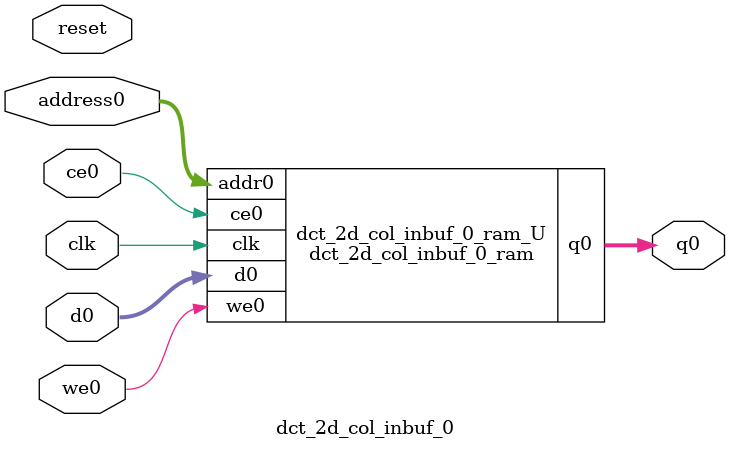
<source format=v>
`timescale 1 ns / 1 ps
module dct_2d_col_inbuf_0_ram (addr0, ce0, d0, we0, q0,  clk);

parameter DWIDTH = 16;
parameter AWIDTH = 3;
parameter MEM_SIZE = 8;

input[AWIDTH-1:0] addr0;
input ce0;
input[DWIDTH-1:0] d0;
input we0;
output reg[DWIDTH-1:0] q0;
input clk;

(* ram_style = "distributed" *)reg [DWIDTH-1:0] ram[0:MEM_SIZE-1];




always @(posedge clk)  
begin 
    if (ce0) 
    begin
        if (we0) 
        begin 
            ram[addr0] <= d0; 
        end 
        q0 <= ram[addr0];
    end
end


endmodule

`timescale 1 ns / 1 ps
module dct_2d_col_inbuf_0(
    reset,
    clk,
    address0,
    ce0,
    we0,
    d0,
    q0);

parameter DataWidth = 32'd16;
parameter AddressRange = 32'd8;
parameter AddressWidth = 32'd3;
input reset;
input clk;
input[AddressWidth - 1:0] address0;
input ce0;
input we0;
input[DataWidth - 1:0] d0;
output[DataWidth - 1:0] q0;



dct_2d_col_inbuf_0_ram dct_2d_col_inbuf_0_ram_U(
    .clk( clk ),
    .addr0( address0 ),
    .ce0( ce0 ),
    .we0( we0 ),
    .d0( d0 ),
    .q0( q0 ));

endmodule


</source>
